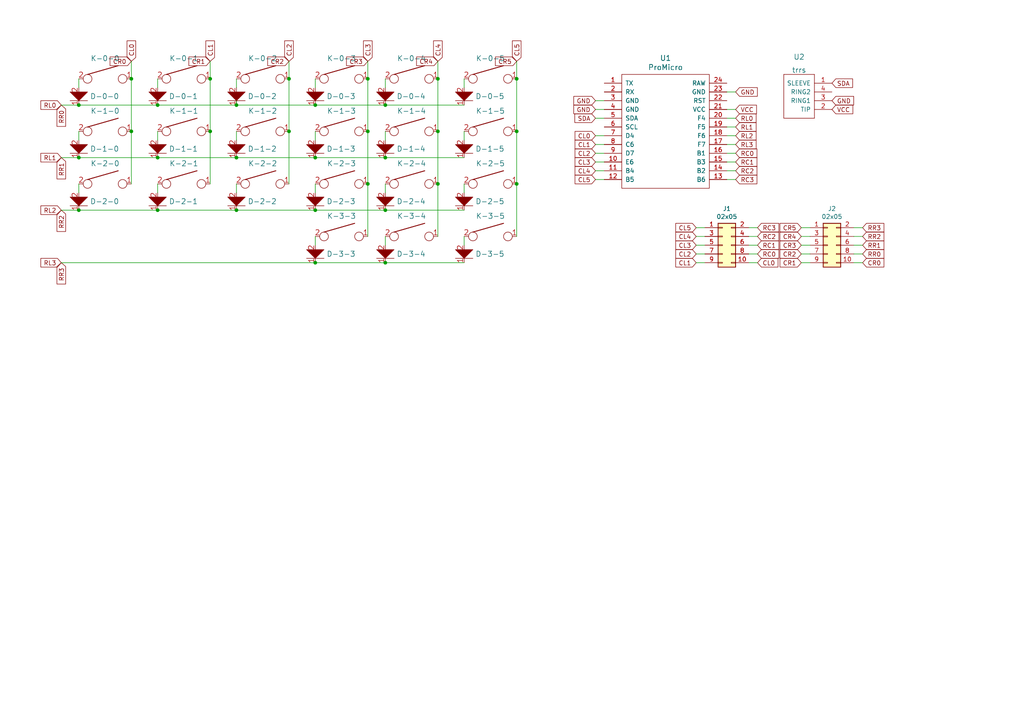
<source format=kicad_sch>
(kicad_sch (version 20211123) (generator eeschema)
  (paper "A4")
  (lib_symbols
    (symbol "keyboard-kicad-lib:trrs" (pin_names (offset 1.016))
      (property "Reference" "U" (at 0 15.24 0))
      (property "Value" "trrs" (at 0 -2.54 0))
      (symbol "trrs_0_1"
        (rectangle (start -3.81 0) (end -3.81 12.7))
        (rectangle (start -3.81 12.7) (end 5.08 12.7))
        (rectangle (start 5.08 0) (end -3.81 0))
        (rectangle (start 5.08 12.7) (end 5.08 0))
      )
      (symbol "trrs_1_1"
        (pin input line (at -8.89 2.54 0) (length 5.08) (name "SLEEVE") (number "1"))
        (pin input line (at -8.89 10.16 0) (length 5.08) (name "TIP") (number "2"))
        (pin input line (at -8.89 7.62 0) (length 5.08) (name "RING1") (number "3"))
        (pin input line (at -8.89 5.08 0) (length 5.08) (name "RING2") (number "4"))
      )
    )
    (symbol "kibod-01-rescue:D-keyboard_parts" (pin_names (offset 1.016))
      (property "Reference" "D" (at -3.81 -1.27 90))
      (symbol "D-keyboard_parts_0_1"
        (polyline (pts (xy -2.54 0) (xy 2.54 0)))
        (polyline (pts (xy 0 0) (xy -2.54 -2.54) (xy 2.54 -2.54) (xy 0 0)) (fill (type outline)))
      )
      (symbol "D-keyboard_parts_1_1"
        (pin passive line (at 0 1.27 270) (length 1.27) (name "~") (number "1"))
        (pin passive line (at 0 -3.81 90) (length 1.27) (name "~") (number "2"))
      )
    )
    (symbol "kibod-01-rescue:KEYSW-keyboard_parts" (pin_names (offset 1.016))
      (property "Reference" "K?" (at -1.27 0 0))
      (symbol "KEYSW-keyboard_parts_0_1"
        (circle (center -5.08 0) (radius 1.27))
        (polyline (pts (xy -5.08 1.27) (xy 3.81 3.81)) (stroke (width 0.254)))
        (circle (center 5.08 0) (radius 1.27))
      )
      (symbol "KEYSW-keyboard_parts_1_1"
        (pin passive line (at 7.62 0 180) (length 1.27) (name "~") (number "1"))
        (pin passive line (at -7.62 0 0) (length 1.27) (name "~") (number "2"))
      )
    )
    (symbol "kibod-01-rescue:ProMicro-promicro" (pin_names (offset 1.016))
      (property "Reference" "U" (at 0 24.13 0))
      (property "Value" "ProMicro-promicro" (at 0 -13.97 0))
      (symbol "ProMicro-promicro_0_1"
        (rectangle (start -12.7 21.59) (end 12.7 -11.43))
      )
      (symbol "ProMicro-promicro_1_1"
        (pin bidirectional line (at -17.78 19.05 0) (length 5.08) (name "TX") (number "1"))
        (pin bidirectional line (at -17.78 -3.81 0) (length 5.08) (name "E6") (number "10"))
        (pin bidirectional line (at -17.78 -6.35 0) (length 5.08) (name "B4") (number "11"))
        (pin bidirectional line (at -17.78 -8.89 0) (length 5.08) (name "B5") (number "12"))
        (pin bidirectional line (at 17.78 -8.89 180) (length 5.08) (name "B6") (number "13"))
        (pin bidirectional line (at 17.78 -6.35 180) (length 5.08) (name "B2") (number "14"))
        (pin bidirectional line (at 17.78 -3.81 180) (length 5.08) (name "B3") (number "15"))
        (pin bidirectional line (at 17.78 -1.27 180) (length 5.08) (name "B1") (number "16"))
        (pin bidirectional line (at 17.78 1.27 180) (length 5.08) (name "F7") (number "17"))
        (pin bidirectional line (at 17.78 3.81 180) (length 5.08) (name "F6") (number "18"))
        (pin bidirectional line (at 17.78 6.35 180) (length 5.08) (name "F5") (number "19"))
        (pin bidirectional line (at -17.78 16.51 0) (length 5.08) (name "RX") (number "2"))
        (pin bidirectional line (at 17.78 8.89 180) (length 5.08) (name "F4") (number "20"))
        (pin power_in line (at 17.78 11.43 180) (length 5.08) (name "VCC") (number "21"))
        (pin input line (at 17.78 13.97 180) (length 5.08) (name "RST") (number "22"))
        (pin power_in line (at 17.78 16.51 180) (length 5.08) (name "GND") (number "23"))
        (pin power_out line (at 17.78 19.05 180) (length 5.08) (name "RAW") (number "24"))
        (pin power_in line (at -17.78 13.97 0) (length 5.08) (name "GND") (number "3"))
        (pin power_in line (at -17.78 11.43 0) (length 5.08) (name "GND") (number "4"))
        (pin bidirectional line (at -17.78 8.89 0) (length 5.08) (name "SDA") (number "5"))
        (pin bidirectional line (at -17.78 6.35 0) (length 5.08) (name "SCL") (number "6"))
        (pin bidirectional line (at -17.78 3.81 0) (length 5.08) (name "D4") (number "7"))
        (pin bidirectional line (at -17.78 1.27 0) (length 5.08) (name "C6") (number "8"))
        (pin bidirectional line (at -17.78 -1.27 0) (length 5.08) (name "D7") (number "9"))
      )
    )
    (symbol "rick-kicad-lib:02x05" (pin_names (offset 1.016) hide)
      (property "Reference" "J" (at 1.27 7.62 0))
      (property "Value" "02x05" (at 1.27 -7.62 0))
      (symbol "02x05_1_1"
        (rectangle (start -1.27 -4.953) (end 0 -5.207) (stroke (width 0.1524)))
        (rectangle (start -1.27 -2.413) (end 0 -2.667) (stroke (width 0.1524)))
        (rectangle (start -1.27 0.127) (end 0 -0.127) (stroke (width 0.1524)))
        (rectangle (start -1.27 2.667) (end 0 2.413) (stroke (width 0.1524)))
        (rectangle (start -1.27 5.207) (end 0 4.953) (stroke (width 0.1524)))
        (rectangle (start -1.27 6.35) (end 3.81 -6.35) (stroke (width 0.254)) (fill (type background)))
        (rectangle (start 3.81 -4.953) (end 2.54 -5.207) (stroke (width 0.1524)))
        (rectangle (start 3.81 -2.413) (end 2.54 -2.667) (stroke (width 0.1524)))
        (rectangle (start 3.81 0.127) (end 2.54 -0.127) (stroke (width 0.1524)))
        (rectangle (start 3.81 2.667) (end 2.54 2.413) (stroke (width 0.1524)))
        (rectangle (start 3.81 5.207) (end 2.54 4.953) (stroke (width 0.1524)))
        (pin passive line (at -5.08 5.08 0) (length 3.81) (name "Pin_1") (number "1"))
        (pin passive line (at 7.62 -5.08 180) (length 3.81) (name "Pin_10") (number "10"))
        (pin passive line (at 7.62 5.08 180) (length 3.81) (name "Pin_2") (number "2"))
        (pin passive line (at -5.08 2.54 0) (length 3.81) (name "Pin_3") (number "3"))
        (pin passive line (at 7.62 2.54 180) (length 3.81) (name "Pin_4") (number "4"))
        (pin passive line (at -5.08 0 0) (length 3.81) (name "Pin_5") (number "5"))
        (pin passive line (at 7.62 0 180) (length 3.81) (name "Pin_6") (number "6"))
        (pin passive line (at -5.08 -2.54 0) (length 3.81) (name "Pin_7") (number "7"))
        (pin passive line (at 7.62 -2.54 180) (length 3.81) (name "Pin_8") (number "8"))
        (pin passive line (at -5.08 -5.08 0) (length 3.81) (name "Pin_9") (number "9"))
      )
    )
  )
  (junction (at 149.86 53.34))
  (junction (at 111.76 30.48))
  (junction (at 68.58 60.96))
  (junction (at 45.72 60.96))
  (junction (at 83.82 22.86))
  (junction (at 91.44 76.2))
  (junction (at 149.86 22.86))
  (junction (at 38.1 22.86))
  (junction (at 60.96 22.86))
  (junction (at 22.86 60.96))
  (junction (at 111.76 60.96))
  (junction (at 91.44 60.96))
  (junction (at 106.68 53.34))
  (junction (at 106.68 22.86))
  (junction (at 22.86 45.72))
  (junction (at 149.86 38.1))
  (junction (at 68.58 30.48))
  (junction (at 83.82 38.1))
  (junction (at 38.1 38.1))
  (junction (at 111.76 45.72))
  (junction (at 127 53.34))
  (junction (at 45.72 30.48))
  (junction (at 91.44 30.48))
  (junction (at 111.76 76.2))
  (junction (at 68.58 45.72))
  (junction (at 127 22.86))
  (junction (at 127 38.1))
  (junction (at 22.86 30.48))
  (junction (at 60.96 38.1))
  (junction (at 45.72 45.72))
  (junction (at 91.44 45.72))
  (junction (at 106.68 38.1))
  (wire (pts (xy 175.26 41.91) (xy 172.72 41.91)))
  (wire (pts (xy 149.86 53.34) (xy 149.86 68.58)))
  (wire (pts (xy 106.68 22.86) (xy 106.68 38.1)))
  (wire (pts (xy 22.86 53.34) (xy 22.86 55.88)))
  (wire (pts (xy 22.86 22.86) (xy 22.86 25.4)))
  (wire (pts (xy 83.82 17.78) (xy 83.82 22.86)))
  (wire (pts (xy 213.36 52.07) (xy 210.82 52.07)))
  (wire (pts (xy 111.76 22.86) (xy 111.76 25.4)))
  (wire (pts (xy 111.76 38.1) (xy 111.76 40.64)))
  (wire (pts (xy 111.76 68.58) (xy 111.76 71.12)))
  (wire (pts (xy 210.82 49.53) (xy 213.36 49.53)))
  (wire (pts (xy 45.72 53.34) (xy 45.72 55.88)))
  (wire (pts (xy 172.72 29.21) (xy 175.26 29.21)))
  (wire (pts (xy 234.95 76.2) (xy 232.41 76.2)))
  (wire (pts (xy 213.36 31.75) (xy 210.82 31.75)))
  (wire (pts (xy 60.96 38.1) (xy 60.96 53.34)))
  (wire (pts (xy 234.95 71.12) (xy 232.41 71.12)))
  (wire (pts (xy 250.19 71.12) (xy 247.65 71.12)))
  (wire (pts (xy 91.44 60.96) (xy 111.76 60.96)))
  (wire (pts (xy 45.72 60.96) (xy 68.58 60.96)))
  (wire (pts (xy 45.72 30.48) (xy 68.58 30.48)))
  (wire (pts (xy 149.86 17.78) (xy 149.86 22.86)))
  (wire (pts (xy 213.36 41.91) (xy 210.82 41.91)))
  (wire (pts (xy 91.44 68.58) (xy 91.44 71.12)))
  (wire (pts (xy 91.44 76.2) (xy 111.76 76.2)))
  (wire (pts (xy 45.72 38.1) (xy 45.72 40.64)))
  (wire (pts (xy 172.72 52.07) (xy 175.26 52.07)))
  (wire (pts (xy 83.82 22.86) (xy 83.82 38.1)))
  (wire (pts (xy 106.68 53.34) (xy 106.68 68.58)))
  (wire (pts (xy 68.58 22.86) (xy 68.58 25.4)))
  (wire (pts (xy 134.62 68.58) (xy 134.62 71.12)))
  (wire (pts (xy 106.68 53.34) (xy 106.68 38.1)))
  (wire (pts (xy 91.44 53.34) (xy 91.44 55.88)))
  (wire (pts (xy 17.78 76.2) (xy 91.44 76.2)))
  (wire (pts (xy 111.76 53.34) (xy 111.76 55.88)))
  (wire (pts (xy 219.71 66.04) (xy 217.17 66.04)))
  (wire (pts (xy 68.58 60.96) (xy 91.44 60.96)))
  (wire (pts (xy 217.17 73.66) (xy 219.71 73.66)))
  (wire (pts (xy 172.72 49.53) (xy 175.26 49.53)))
  (wire (pts (xy 111.76 76.2) (xy 134.62 76.2)))
  (wire (pts (xy 17.78 30.48) (xy 22.86 30.48)))
  (wire (pts (xy 127 38.1) (xy 127 53.34)))
  (wire (pts (xy 210.82 44.45) (xy 213.36 44.45)))
  (wire (pts (xy 219.71 76.2) (xy 217.17 76.2)))
  (wire (pts (xy 172.72 34.29) (xy 175.26 34.29)))
  (wire (pts (xy 91.44 30.48) (xy 111.76 30.48)))
  (wire (pts (xy 201.93 68.58) (xy 204.47 68.58)))
  (wire (pts (xy 38.1 53.34) (xy 38.1 38.1)))
  (wire (pts (xy 83.82 53.34) (xy 83.82 38.1)))
  (wire (pts (xy 250.19 66.04) (xy 247.65 66.04)))
  (wire (pts (xy 111.76 30.48) (xy 134.62 30.48)))
  (wire (pts (xy 91.44 45.72) (xy 111.76 45.72)))
  (wire (pts (xy 22.86 38.1) (xy 22.86 40.64)))
  (wire (pts (xy 127 17.78) (xy 127 22.86)))
  (wire (pts (xy 219.71 71.12) (xy 217.17 71.12)))
  (wire (pts (xy 172.72 44.45) (xy 175.26 44.45)))
  (wire (pts (xy 213.36 46.99) (xy 210.82 46.99)))
  (wire (pts (xy 134.62 22.86) (xy 134.62 25.4)))
  (wire (pts (xy 149.86 38.1) (xy 149.86 53.34)))
  (wire (pts (xy 22.86 60.96) (xy 17.78 60.96)))
  (wire (pts (xy 149.86 22.86) (xy 149.86 38.1)))
  (wire (pts (xy 106.68 17.78) (xy 106.68 22.86)))
  (wire (pts (xy 172.72 31.75) (xy 175.26 31.75)))
  (wire (pts (xy 175.26 46.99) (xy 172.72 46.99)))
  (wire (pts (xy 134.62 53.34) (xy 134.62 55.88)))
  (wire (pts (xy 172.72 39.37) (xy 175.26 39.37)))
  (wire (pts (xy 22.86 30.48) (xy 45.72 30.48)))
  (wire (pts (xy 213.36 36.83) (xy 210.82 36.83)))
  (wire (pts (xy 134.62 38.1) (xy 134.62 40.64)))
  (wire (pts (xy 22.86 45.72) (xy 17.78 45.72)))
  (wire (pts (xy 204.47 66.04) (xy 201.93 66.04)))
  (wire (pts (xy 250.19 68.58) (xy 247.65 68.58)))
  (wire (pts (xy 38.1 22.86) (xy 38.1 17.78)))
  (wire (pts (xy 232.41 73.66) (xy 234.95 73.66)))
  (wire (pts (xy 204.47 71.12) (xy 201.93 71.12)))
  (wire (pts (xy 127 22.86) (xy 127 38.1)))
  (wire (pts (xy 91.44 38.1) (xy 91.44 40.64)))
  (wire (pts (xy 201.93 73.66) (xy 204.47 73.66)))
  (wire (pts (xy 250.19 76.2) (xy 247.65 76.2)))
  (wire (pts (xy 204.47 76.2) (xy 201.93 76.2)))
  (wire (pts (xy 68.58 29.21) (xy 68.58 30.48)))
  (wire (pts (xy 210.82 39.37) (xy 213.36 39.37)))
  (wire (pts (xy 45.72 22.86) (xy 45.72 25.4)))
  (wire (pts (xy 217.17 68.58) (xy 219.71 68.58)))
  (wire (pts (xy 91.44 45.72) (xy 68.58 45.72)))
  (wire (pts (xy 38.1 22.86) (xy 38.1 38.1)))
  (wire (pts (xy 127 53.34) (xy 127 68.58)))
  (wire (pts (xy 111.76 60.96) (xy 134.62 60.96)))
  (wire (pts (xy 111.76 45.72) (xy 134.62 45.72)))
  (wire (pts (xy 60.96 22.86) (xy 60.96 38.1)))
  (wire (pts (xy 234.95 66.04) (xy 232.41 66.04)))
  (wire (pts (xy 68.58 53.34) (xy 68.58 55.88)))
  (wire (pts (xy 60.96 22.86) (xy 60.96 17.78)))
  (wire (pts (xy 232.41 68.58) (xy 234.95 68.58)))
  (wire (pts (xy 22.86 45.72) (xy 45.72 45.72)))
  (wire (pts (xy 91.44 22.86) (xy 91.44 25.4)))
  (wire (pts (xy 210.82 34.29) (xy 213.36 34.29)))
  (wire (pts (xy 68.58 38.1) (xy 68.58 40.64)))
  (wire (pts (xy 45.72 45.72) (xy 68.58 45.72)))
  (wire (pts (xy 22.86 60.96) (xy 45.72 60.96)))
  (wire (pts (xy 250.19 73.66) (xy 247.65 73.66)))
  (wire (pts (xy 68.58 30.48) (xy 91.44 30.48)))
  (wire (pts (xy 210.82 26.67) (xy 213.36 26.67)))
  (global_label "RR0" (shape input) (at 250.19 73.66 0) (property "Intersheet References" "${INTERSHEET_REFS}" (effects hide)))
  (global_label "RL3" (shape input) (at 213.36 41.91 0) (property "Intersheet References" "${INTERSHEET_REFS}" (effects hide)))
  (global_label "RL2" (shape input) (at 17.78 60.96 180) (property "Intersheet References" "${INTERSHEET_REFS}" (effects hide)))
  (global_label "RR3" (shape input) (at 17.78 76.2 270) (property "Intersheet References" "${INTERSHEET_REFS}" (effects hide)))
  (global_label "CR1" (shape input) (at 232.41 76.2 180) (property "Intersheet References" "${INTERSHEET_REFS}" (effects hide)))
  (global_label "RL1" (shape input) (at 213.36 36.83 0) (property "Intersheet References" "${INTERSHEET_REFS}" (effects hide)))
  (global_label "CR3" (shape input) (at 106.68 17.78 180) (property "Intersheet References" "${INTERSHEET_REFS}" (effects hide)))
  (global_label "CR0" (shape input) (at 38.1 17.78 180) (property "Intersheet References" "${INTERSHEET_REFS}" (effects hide)))
  (global_label "CR2" (shape input) (at 83.82 17.78 180) (property "Intersheet References" "${INTERSHEET_REFS}" (effects hide)))
  (global_label "RL2" (shape input) (at 213.36 39.37 0) (property "Intersheet References" "${INTERSHEET_REFS}" (effects hide)))
  (global_label "GND" (shape input) (at 241.3 29.21 0) (property "Intersheet References" "${INTERSHEET_REFS}" (effects hide)))
  (global_label "GND" (shape input) (at 172.72 31.75 180) (property "Intersheet References" "${INTERSHEET_REFS}" (effects hide)))
  (global_label "CL5" (shape input) (at 201.93 66.04 180) (property "Intersheet References" "${INTERSHEET_REFS}" (effects hide)))
  (global_label "RR3" (shape input) (at 250.19 66.04 0) (property "Intersheet References" "${INTERSHEET_REFS}" (effects hide)))
  (global_label "CR4" (shape input) (at 127 17.78 180) (property "Intersheet References" "${INTERSHEET_REFS}" (effects hide)))
  (global_label "CR5" (shape input) (at 149.86 17.78 180) (property "Intersheet References" "${INTERSHEET_REFS}" (effects hide)))
  (global_label "CL2" (shape input) (at 172.72 44.45 180) (property "Intersheet References" "${INTERSHEET_REFS}" (effects hide)))
  (global_label "CL3" (shape input) (at 201.93 71.12 180) (property "Intersheet References" "${INTERSHEET_REFS}" (effects hide)))
  (global_label "RC0" (shape input) (at 213.36 44.45 0) (property "Intersheet References" "${INTERSHEET_REFS}" (effects hide)))
  (global_label "CL1" (shape input) (at 60.96 17.78 90) (property "Intersheet References" "${INTERSHEET_REFS}" (effects hide)))
  (global_label "CL0" (shape input) (at 38.1 17.78 90) (property "Intersheet References" "${INTERSHEET_REFS}" (effects hide)))
  (global_label "CR3" (shape input) (at 232.41 71.12 180) (property "Intersheet References" "${INTERSHEET_REFS}" (effects hide)))
  (global_label "VCC" (shape input) (at 241.3 31.75 0) (property "Intersheet References" "${INTERSHEET_REFS}" (effects hide)))
  (global_label "CR1" (shape input) (at 60.96 17.78 180) (property "Intersheet References" "${INTERSHEET_REFS}" (effects hide)))
  (global_label "RR2" (shape input) (at 17.78 60.96 270) (property "Intersheet References" "${INTERSHEET_REFS}" (effects hide)))
  (global_label "RR0" (shape input) (at 17.78 30.48 270) (property "Intersheet References" "${INTERSHEET_REFS}" (effects hide)))
  (global_label "CL1" (shape input) (at 201.93 76.2 180) (property "Intersheet References" "${INTERSHEET_REFS}" (effects hide)))
  (global_label "CL5" (shape input) (at 149.86 17.78 90) (property "Intersheet References" "${INTERSHEET_REFS}" (effects hide)))
  (global_label "CL3" (shape input) (at 106.68 17.78 90) (property "Intersheet References" "${INTERSHEET_REFS}" (effects hide)))
  (global_label "RC0" (shape input) (at 219.71 73.66 0) (property "Intersheet References" "${INTERSHEET_REFS}" (effects hide)))
  (global_label "VCC" (shape input) (at 213.36 31.75 0) (property "Intersheet References" "${INTERSHEET_REFS}" (effects hide)))
  (global_label "CL2" (shape input) (at 201.93 73.66 180) (property "Intersheet References" "${INTERSHEET_REFS}" (effects hide)))
  (global_label "CR4" (shape input) (at 232.41 68.58 180) (property "Intersheet References" "${INTERSHEET_REFS}" (effects hide)))
  (global_label "CL2" (shape input) (at 83.82 17.78 90) (property "Intersheet References" "${INTERSHEET_REFS}" (effects hide)))
  (global_label "SDA" (shape input) (at 172.72 34.29 180) (property "Intersheet References" "${INTERSHEET_REFS}" (effects hide)))
  (global_label "CL0" (shape input) (at 219.71 76.2 0) (property "Intersheet References" "${INTERSHEET_REFS}" (effects hide)))
  (global_label "SDA" (shape input) (at 241.3 24.13 0) (property "Intersheet References" "${INTERSHEET_REFS}" (effects hide)))
  (global_label "CL1" (shape input) (at 172.72 41.91 180) (property "Intersheet References" "${INTERSHEET_REFS}" (effects hide)))
  (global_label "CR2" (shape input) (at 232.41 73.66 180) (property "Intersheet References" "${INTERSHEET_REFS}" (effects hide)))
  (global_label "RL3" (shape input) (at 17.78 76.2 180) (property "Intersheet References" "${INTERSHEET_REFS}" (effects hide)))
  (global_label "RC2" (shape input) (at 213.36 49.53 0) (property "Intersheet References" "${INTERSHEET_REFS}" (effects hide)))
  (global_label "RL0" (shape input) (at 17.78 30.48 180) (property "Intersheet References" "${INTERSHEET_REFS}" (effects hide)))
  (global_label "CL3" (shape input) (at 172.72 46.99 180) (property "Intersheet References" "${INTERSHEET_REFS}" (effects hide)))
  (global_label "CL0" (shape input) (at 172.72 39.37 180) (property "Intersheet References" "${INTERSHEET_REFS}" (effects hide)))
  (global_label "CL4" (shape input) (at 172.72 49.53 180) (property "Intersheet References" "${INTERSHEET_REFS}" (effects hide)))
  (global_label "RC3" (shape input) (at 213.36 52.07 0) (property "Intersheet References" "${INTERSHEET_REFS}" (effects hide)))
  (global_label "RC2" (shape input) (at 219.71 68.58 0) (property "Intersheet References" "${INTERSHEET_REFS}" (effects hide)))
  (global_label "RL0" (shape input) (at 213.36 34.29 0) (property "Intersheet References" "${INTERSHEET_REFS}" (effects hide)))
  (global_label "RR1" (shape input) (at 250.19 71.12 0) (property "Intersheet References" "${INTERSHEET_REFS}" (effects hide)))
  (global_label "RR2" (shape input) (at 250.19 68.58 0) (property "Intersheet References" "${INTERSHEET_REFS}" (effects hide)))
  (global_label "CL5" (shape input) (at 172.72 52.07 180) (property "Intersheet References" "${INTERSHEET_REFS}" (effects hide)))
  (global_label "RC3" (shape input) (at 219.71 66.04 0) (property "Intersheet References" "${INTERSHEET_REFS}" (effects hide)))
  (global_label "RL1" (shape input) (at 17.78 45.72 180) (property "Intersheet References" "${INTERSHEET_REFS}" (effects hide)))
  (global_label "GND" (shape input) (at 213.36 26.67 0) (property "Intersheet References" "${INTERSHEET_REFS}" (effects hide)))
  (global_label "CR5" (shape input) (at 232.41 66.04 180) (property "Intersheet References" "${INTERSHEET_REFS}" (effects hide)))
  (global_label "RR1" (shape input) (at 17.78 45.72 270) (property "Intersheet References" "${INTERSHEET_REFS}" (effects hide)))
  (global_label "CL4" (shape input) (at 201.93 68.58 180) (property "Intersheet References" "${INTERSHEET_REFS}" (effects hide)))
  (global_label "RC1" (shape input) (at 213.36 46.99 0) (property "Intersheet References" "${INTERSHEET_REFS}" (effects hide)))
  (global_label "CL4" (shape input) (at 127 17.78 90) (property "Intersheet References" "${INTERSHEET_REFS}" (effects hide)))
  (global_label "GND" (shape input) (at 172.72 29.21 180) (property "Intersheet References" "${INTERSHEET_REFS}" (effects hide)))
  (global_label "CR0" (shape input) (at 250.19 76.2 0) (property "Intersheet References" "${INTERSHEET_REFS}" (effects hide)))
  (global_label "RC1" (shape input) (at 219.71 71.12 0) (property "Intersheet References" "${INTERSHEET_REFS}" (effects hide)))
  (symbol (lib_id "kibod-01-rescue:KEYSW-keyboard_parts") (at 30.48 22.86 0) (unit 1)
    (property "Reference" "K-0-0" (at 30.48 16.9418 0) (effects (font (size 1.524 1.524))))
    (property "Value" "KEYSW" (effects hide))
    (property "Footprint" "footprints:100-dual-socket" (effects hide))
  )
  (symbol (lib_id "kibod-01-rescue:D-keyboard_parts") (at 22.86 29.21 180) (unit 1)
    (property "Reference" "D-0-0" (at 26.1112 27.94 0) (effects (font (size 1.524 1.524)) (justify right)))
    (property "Value" "D" (effects hide))
    (property "Footprint" "footprintsGlobal:Diode-dual" (effects hide))
  )
  (symbol (lib_id "kibod-01-rescue:KEYSW-keyboard_parts") (at 53.34 22.86 0) (unit 1)
    (property "Reference" "K-0-1" (at 53.34 16.9418 0) (effects (font (size 1.524 1.524))))
    (property "Value" "KEYSW" (effects hide))
    (property "Footprint" "footprints:100-dual-socket" (effects hide))
  )
  (symbol (lib_id "kibod-01-rescue:D-keyboard_parts") (at 45.72 29.21 180) (unit 1)
    (property "Reference" "D-0-1" (at 48.9712 27.94 0) (effects (font (size 1.524 1.524)) (justify right)))
    (property "Value" "D" (effects hide))
    (property "Footprint" "footprintsGlobal:Diode-dual" (effects hide))
  )
  (symbol (lib_id "kibod-01-rescue:KEYSW-keyboard_parts") (at 30.48 38.1 0) (unit 1)
    (property "Reference" "K-1-0" (at 30.48 32.1818 0) (effects (font (size 1.524 1.524))))
    (property "Value" "KEYSW" (effects hide))
    (property "Footprint" "footprints:100-dual-socket" (effects hide))
  )
  (symbol (lib_id "kibod-01-rescue:D-keyboard_parts") (at 22.86 44.45 180) (unit 1)
    (property "Reference" "D-1-0" (at 26.1112 43.18 0) (effects (font (size 1.524 1.524)) (justify right)))
    (property "Value" "D" (effects hide))
    (property "Footprint" "footprintsGlobal:Diode-dual" (effects hide))
  )
  (symbol (lib_id "kibod-01-rescue:KEYSW-keyboard_parts") (at 53.34 38.1 0) (unit 1)
    (property "Reference" "K-1-1" (at 53.34 32.1818 0) (effects (font (size 1.524 1.524))))
    (property "Value" "KEYSW" (effects hide))
    (property "Footprint" "footprints:100-dual-socket" (effects hide))
  )
  (symbol (lib_id "kibod-01-rescue:D-keyboard_parts") (at 45.72 44.45 180) (unit 1)
    (property "Reference" "D-1-1" (at 48.9712 43.18 0) (effects (font (size 1.524 1.524)) (justify right)))
    (property "Value" "D" (effects hide))
    (property "Footprint" "footprintsGlobal:Diode-dual" (effects hide))
  )
  (symbol (lib_id "kibod-01-rescue:KEYSW-keyboard_parts") (at 76.2 22.86 0) (unit 1)
    (property "Reference" "K-0-2" (at 76.2 16.9418 0) (effects (font (size 1.524 1.524))))
    (property "Value" "KEYSW" (effects hide))
    (property "Footprint" "footprints:100-dual-socket" (effects hide))
  )
  (symbol (lib_id "kibod-01-rescue:D-keyboard_parts") (at 68.58 29.21 180) (unit 1)
    (property "Reference" "D-0-2" (at 71.8312 27.94 0) (effects (font (size 1.524 1.524)) (justify right)))
    (property "Value" "D" (effects hide))
    (property "Footprint" "footprintsGlobal:Diode-dual" (effects hide))
  )
  (symbol (lib_id "kibod-01-rescue:KEYSW-keyboard_parts") (at 99.06 22.86 0) (unit 1)
    (property "Reference" "K-0-3" (at 99.06 16.9418 0) (effects (font (size 1.524 1.524))))
    (property "Value" "KEYSW" (effects hide))
    (property "Footprint" "footprints:100-dual-socket" (effects hide))
  )
  (symbol (lib_id "kibod-01-rescue:D-keyboard_parts") (at 91.44 29.21 180) (unit 1)
    (property "Reference" "D-0-3" (at 94.6912 27.94 0) (effects (font (size 1.524 1.524)) (justify right)))
    (property "Value" "D" (effects hide))
    (property "Footprint" "footprintsGlobal:Diode-dual" (effects hide))
  )
  (symbol (lib_id "kibod-01-rescue:KEYSW-keyboard_parts") (at 76.2 38.1 0) (unit 1)
    (property "Reference" "K-1-2" (at 76.2 32.1818 0) (effects (font (size 1.524 1.524))))
    (property "Value" "KEYSW" (effects hide))
    (property "Footprint" "footprints:100-dual-socket" (effects hide))
  )
  (symbol (lib_id "kibod-01-rescue:D-keyboard_parts") (at 68.58 44.45 180) (unit 1)
    (property "Reference" "D-1-2" (at 71.8312 43.18 0) (effects (font (size 1.524 1.524)) (justify right)))
    (property "Value" "D" (effects hide))
    (property "Footprint" "footprintsGlobal:Diode-dual" (effects hide))
  )
  (symbol (lib_id "kibod-01-rescue:KEYSW-keyboard_parts") (at 99.06 38.1 0) (unit 1)
    (property "Reference" "K-1-3" (at 99.06 32.1818 0) (effects (font (size 1.524 1.524))))
    (property "Value" "KEYSW" (effects hide))
    (property "Footprint" "footprints:100-dual-socket" (effects hide))
  )
  (symbol (lib_id "kibod-01-rescue:D-keyboard_parts") (at 91.44 44.45 180) (unit 1)
    (property "Reference" "D-1-3" (at 94.6912 43.18 0) (effects (font (size 1.524 1.524)) (justify right)))
    (property "Value" "D" (effects hide))
    (property "Footprint" "footprintsGlobal:Diode-dual" (effects hide))
  )
  (symbol (lib_id "kibod-01-rescue:KEYSW-keyboard_parts") (at 30.48 53.34 0) (unit 1)
    (property "Reference" "K-2-0" (at 30.48 47.4218 0) (effects (font (size 1.524 1.524))))
    (property "Value" "KEYSW" (effects hide))
    (property "Footprint" "footprints:100-dual-socket" (effects hide))
  )
  (symbol (lib_id "kibod-01-rescue:D-keyboard_parts") (at 22.86 59.69 180) (unit 1)
    (property "Reference" "D-2-0" (at 26.1112 58.42 0) (effects (font (size 1.524 1.524)) (justify right)))
    (property "Value" "D" (effects hide))
    (property "Footprint" "footprintsGlobal:Diode-dual" (effects hide))
  )
  (symbol (lib_id "kibod-01-rescue:KEYSW-keyboard_parts") (at 53.34 53.34 0) (unit 1)
    (property "Reference" "K-2-1" (at 53.34 47.4218 0) (effects (font (size 1.524 1.524))))
    (property "Value" "KEYSW" (effects hide))
    (property "Footprint" "footprints:100-dual-socket" (effects hide))
  )
  (symbol (lib_id "kibod-01-rescue:D-keyboard_parts") (at 45.72 59.69 180) (unit 1)
    (property "Reference" "D-2-1" (at 48.9712 58.42 0) (effects (font (size 1.524 1.524)) (justify right)))
    (property "Value" "D" (effects hide))
    (property "Footprint" "footprintsGlobal:Diode-dual" (effects hide))
  )
  (symbol (lib_id "kibod-01-rescue:KEYSW-keyboard_parts") (at 142.24 68.58 0) (unit 1)
    (property "Reference" "K-3-5" (at 142.24 62.6618 0) (effects (font (size 1.524 1.524))))
    (property "Value" "KEYSW" (effects hide))
    (property "Footprint" "footprints:100-dual-socket" (effects hide))
  )
  (symbol (lib_id "kibod-01-rescue:D-keyboard_parts") (at 134.62 74.93 180) (unit 1)
    (property "Reference" "D-3-5" (at 137.8712 73.66 0) (effects (font (size 1.524 1.524)) (justify right)))
    (property "Value" "D" (effects hide))
    (property "Footprint" "footprintsGlobal:Diode-dual" (effects hide))
  )
  (symbol (lib_id "kibod-01-rescue:KEYSW-keyboard_parts") (at 76.2 53.34 0) (unit 1)
    (property "Reference" "K-2-2" (at 76.2 47.4218 0) (effects (font (size 1.524 1.524))))
    (property "Value" "KEYSW" (effects hide))
    (property "Footprint" "footprints:100-dual-socket" (effects hide))
  )
  (symbol (lib_id "kibod-01-rescue:D-keyboard_parts") (at 68.58 59.69 180) (unit 1)
    (property "Reference" "D-2-2" (at 71.8312 58.42 0) (effects (font (size 1.524 1.524)) (justify right)))
    (property "Value" "D" (effects hide))
    (property "Footprint" "footprintsGlobal:Diode-dual" (effects hide))
  )
  (symbol (lib_id "kibod-01-rescue:KEYSW-keyboard_parts") (at 99.06 53.34 0) (unit 1)
    (property "Reference" "K-2-3" (at 99.06 47.4218 0) (effects (font (size 1.524 1.524))))
    (property "Value" "KEYSW" (effects hide))
    (property "Footprint" "footprints:100-dual-socket" (effects hide))
  )
  (symbol (lib_id "kibod-01-rescue:D-keyboard_parts") (at 91.44 59.69 180) (unit 1)
    (property "Reference" "D-2-3" (at 94.6912 58.42 0) (effects (font (size 1.524 1.524)) (justify right)))
    (property "Value" "D" (effects hide))
    (property "Footprint" "footprintsGlobal:Diode-dual" (effects hide))
  )
  (symbol (lib_id "kibod-01-rescue:KEYSW-keyboard_parts") (at 119.38 22.86 0) (unit 1)
    (property "Reference" "K-0-4" (at 119.38 16.9418 0) (effects (font (size 1.524 1.524))))
    (property "Value" "KEYSW" (effects hide))
    (property "Footprint" "footprints:100-dual-socket" (effects hide))
  )
  (symbol (lib_id "kibod-01-rescue:D-keyboard_parts") (at 111.76 29.21 180) (unit 1)
    (property "Reference" "D-0-4" (at 115.0112 27.94 0) (effects (font (size 1.524 1.524)) (justify right)))
    (property "Value" "D" (effects hide))
    (property "Footprint" "footprintsGlobal:Diode-dual" (effects hide))
  )
  (symbol (lib_id "kibod-01-rescue:KEYSW-keyboard_parts") (at 142.24 22.86 0) (unit 1)
    (property "Reference" "K-0-5" (at 142.24 16.9418 0) (effects (font (size 1.524 1.524))))
    (property "Value" "KEYSW" (effects hide))
    (property "Footprint" "footprints:100-dual-socket" (effects hide))
  )
  (symbol (lib_id "kibod-01-rescue:D-keyboard_parts") (at 134.62 29.21 180) (unit 1)
    (property "Reference" "D-0-5" (at 137.8712 27.94 0) (effects (font (size 1.524 1.524)) (justify right)))
    (property "Value" "D" (effects hide))
    (property "Footprint" "footprintsGlobal:Diode-dual" (effects hide))
  )
  (symbol (lib_id "kibod-01-rescue:KEYSW-keyboard_parts") (at 119.38 38.1 0) (unit 1)
    (property "Reference" "K-1-4" (at 119.38 32.1818 0) (effects (font (size 1.524 1.524))))
    (property "Value" "KEYSW" (effects hide))
    (property "Footprint" "footprints:100-dual-socket" (effects hide))
  )
  (symbol (lib_id "kibod-01-rescue:D-keyboard_parts") (at 111.76 44.45 180) (unit 1)
    (property "Reference" "D-1-4" (at 115.0112 43.18 0) (effects (font (size 1.524 1.524)) (justify right)))
    (property "Value" "D" (effects hide))
    (property "Footprint" "footprintsGlobal:Diode-dual" (effects hide))
  )
  (symbol (lib_id "kibod-01-rescue:KEYSW-keyboard_parts") (at 142.24 38.1 0) (unit 1)
    (property "Reference" "K-1-5" (at 142.24 32.1818 0) (effects (font (size 1.524 1.524))))
    (property "Value" "KEYSW" (effects hide))
    (property "Footprint" "footprints:100-dual-socket" (effects hide))
  )
  (symbol (lib_id "kibod-01-rescue:D-keyboard_parts") (at 134.62 44.45 180) (unit 1)
    (property "Reference" "D-1-5" (at 137.8712 43.18 0) (effects (font (size 1.524 1.524)) (justify right)))
    (property "Value" "D" (effects hide))
    (property "Footprint" "footprintsGlobal:Diode-dual" (effects hide))
  )
  (symbol (lib_id "kibod-01-rescue:KEYSW-keyboard_parts") (at 119.38 53.34 0) (unit 1)
    (property "Reference" "K-2-4" (at 119.38 47.4218 0) (effects (font (size 1.524 1.524))))
    (property "Value" "KEYSW" (effects hide))
    (property "Footprint" "footprints:100-dual-socket" (effects hide))
  )
  (symbol (lib_id "kibod-01-rescue:D-keyboard_parts") (at 111.76 59.69 180) (unit 1)
    (property "Reference" "D-2-4" (at 115.0112 58.42 0) (effects (font (size 1.524 1.524)) (justify right)))
    (property "Value" "D" (effects hide))
    (property "Footprint" "footprintsGlobal:Diode-dual" (effects hide))
  )
  (symbol (lib_id "kibod-01-rescue:KEYSW-keyboard_parts") (at 142.24 53.34 0) (unit 1)
    (property "Reference" "K-2-5" (at 142.24 47.4218 0) (effects (font (size 1.524 1.524))))
    (property "Value" "KEYSW" (effects hide))
    (property "Footprint" "footprints:100-dual-socket" (effects hide))
  )
  (symbol (lib_id "kibod-01-rescue:D-keyboard_parts") (at 134.62 59.69 180) (unit 1)
    (property "Reference" "D-2-5" (at 137.8712 58.42 0) (effects (font (size 1.524 1.524)) (justify right)))
    (property "Value" "D" (effects hide))
    (property "Footprint" "footprintsGlobal:Diode-dual" (effects hide))
  )
  (symbol (lib_id "kibod-01-rescue:KEYSW-keyboard_parts") (at 99.06 68.58 0) (unit 1)
    (property "Reference" "K-3-3" (at 99.06 62.6618 0) (effects (font (size 1.524 1.524))))
    (property "Value" "KEYSW" (effects hide))
    (property "Footprint" "footprints:100-dual-socket" (effects hide))
  )
  (symbol (lib_id "kibod-01-rescue:D-keyboard_parts") (at 91.44 74.93 180) (unit 1)
    (property "Reference" "D-3-3" (at 94.6912 73.66 0) (effects (font (size 1.524 1.524)) (justify right)))
    (property "Value" "D" (effects hide))
    (property "Footprint" "footprintsGlobal:Diode-dual" (effects hide))
  )
  (symbol (lib_id "kibod-01-rescue:KEYSW-keyboard_parts") (at 119.38 68.58 0) (unit 1)
    (property "Reference" "K-3-4" (at 119.38 62.6618 0) (effects (font (size 1.524 1.524))))
    (property "Value" "KEYSW" (effects hide))
    (property "Footprint" "footprints:100-dual-socket" (effects hide))
  )
  (symbol (lib_id "kibod-01-rescue:D-keyboard_parts") (at 111.76 74.93 180) (unit 1)
    (property "Reference" "D-3-4" (at 115.0112 73.66 0) (effects (font (size 1.524 1.524)) (justify right)))
    (property "Value" "D" (effects hide))
    (property "Footprint" "footprintsGlobal:Diode-dual" (effects hide))
  )
  (symbol (lib_id "kibod-01-rescue:ProMicro-promicro") (at 193.04 43.18 0) (unit 1)
    (property "Reference" "U1" (at 193.04 16.8402 0) (effects (font (size 1.524 1.524))))
    (property "Value" "ProMicro" (at 193.04 19.5326 0) (effects (font (size 1.524 1.524))))
    (property "Footprint" "footprints:promicro" (effects hide))
  )
  (symbol (lib_id "rick-kicad-lib:02x05") (at 240.03 71.12 0) (unit 1)
    (property "Reference" "J2" (at 241.3 60.5282 0))
    (property "Value" "02x05" (at 241.3 62.8396 0))
    (property "Footprint" "footprints:connector-shrouded" (effects hide))
  )
  (symbol (lib_id "rick-kicad-lib:02x05") (at 209.55 71.12 0) (unit 1)
    (property "Reference" "J1" (at 210.82 60.5282 0))
    (property "Value" "02x05" (at 210.82 62.8396 0))
    (property "Footprint" "footprints:connector-shrouded" (effects hide))
  )
  (symbol (lib_id "keyboard-kicad-lib:trrs") (at 232.41 21.59 180) (unit 1)
    (property "Reference" "U2" (at 231.775 16.51 0) (effects (font (size 1.524 1.524))))
    (property "Value" "trrs" (at 231.775 20.32 0) (effects (font (size 1.524 1.524))))
    (property "Footprint" "footprintsGlobal:trrs" (effects hide))
  )
)
</source>
